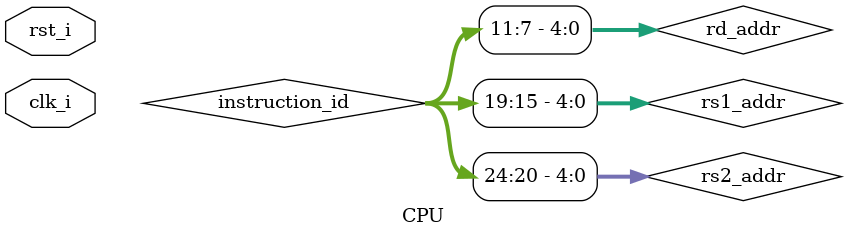
<source format=v>
module CPU(clk_i, rst_i);

input               clk_i;
input               rst_i;

/************ Wires to connect modules ***************/ 

//
// Some values are passed along pipeline until it's used.
// for example, rd_addr
// it will be obtained in ID stage, but will be used when in WB stage, 
// so we need a wire for each stage it pass
// -> rd_addr, rd_addr_exe, rd_addr_mem, rd_addr_wb
//

// PC
wire    [31:0]  pc, pc_id, pc_exe;   
wire    [31:0]  pc_plus_four, pc_predict_branch, pc_go_on, pc_rollback, next_pc;
wire            is_mispredict;
parameter       FOUR = 4;

// Instruction
wire    [31:0]  instruction, instruction_id;

// Register File
// Note: rs2_mem is used to write mem
// e.g. sw rs2 imm(rs1) -> mem[rs1+imm<<1] = rs2
wire    [31:0]  rs1, rs1_exe;
wire    [31:0]  rs2, rs2_exe, rs2_exe_forwarded, rs2_mem;
wire    [31:0]  imm, imm_exe;
wire    [4:0]   rs1_addr, rs1_addr_exe, rs2_addr, rs2_addr_exe;   
wire    [4:0]   rd_addr, rd_addr_exe, rd_addr_mem, rd_addr_wb;

// Branch Predictor
wire            branch_pred, branch_pred_exe;

// Control Signal
wire            alusrc, alusrc_exe;
wire    [3:0]   aluctrl, aluctrl_exe;
wire            branch_instr, branch_instr_exe;
wire            memread, memread_exe, memread_mem;
wire            memwrite, memwrite_exe, memwrite_mem;
wire            mem2reg, mem2reg_exe, mem2reg_mem, mem2reg_wb;
wire            regwrite, regwrite_exe, regwrite_mem, regwrite_wb;

// Hazard Detection (load-use hazard)
wire            noop, pcwrite, stall;

// ALU
wire    [1:0]   forwardA, forwardB;
wire    [31:0]  alu_op1, alu_op2;
wire            is_zero;
wire    [31:0]  alu_result, alu_result_mem, alu_result_wb;


// Mem
wire    [31:0]  mem_result, mem_result_wb;

// WB
wire    [31:0]  rd_data;

/*******************************************************/ 

// IF

Adder Add_PC(
    .data1_i    (pc),
    .data2_i    (FOUR),
    .data_o     (pc_plus_four)
);

Mux_2_way M2_Predict_Branch(
    .data1_i    (pc_plus_four),
    .data2_i    (pc_predict_branch),
    .select_i   (branch_pred & branch_instr),
    .data_o     (pc_go_on)
);

Mux_2_way M2_Recover_From_MisPrediction (
    .data1_i    (pc_go_on),
    .data2_i    (pc_rollback),
    .select_i   (is_mispredict),
    .data_o     (next_pc)
);

PC PC(
    .clk_i      (clk_i),
    .rst_i      (rst_i),
    .PCWrite_i  (pcwrite),
    .pc_i       (next_pc),
    .pc_o       (pc)
);

Instruction_Memory Instruction_Memory(
    .addr_i     (pc),
    .instr_o    (instruction)
);

IF_ID IF_ID(
    .clk            (clk_i),
    .instruction_in (instruction),
    .instruction_out(instruction_id),
    .pc_in          (pc),
    .pc_out         (pc_id),
    .stall          (stall),    
    .flush          (is_mispredict || (branch_pred && branch_instr))
);


/*******************************************************/ 

// ID

assign  rs1_addr =  instruction_id[19:15];
assign  rs2_addr =  instruction_id[24:20];
assign  rd_addr  =  instruction_id[11:7];

assign  pc_predict_branch = pc_id + (imm << 1);

Registers Registers(
    .clk_i      (clk_i),
    .RS1addr_i  (rs1_addr),
    .RS2addr_i  (rs2_addr),
    .RDaddr_i   (rd_addr_wb),           // be careful !
    .RDdata_i   (rd_data),
    .RegWrite_i (regwrite_wb),
    .RS1data_o  (rs1),
    .RS2data_o  (rs2)
);

Imm_Gen Imm_Gen(
    .instruction(instruction_id),
    .imm(imm)
);

Control Control(
    .opcode         (instruction_id[6:0]),
    .funct3         (instruction_id[14:12]),
    .funct7         (instruction_id[31:25]),
    .alusrc         (alusrc),
    .aluctrl        (aluctrl),
    .memread        (memread),
    .memwrite       (memwrite),
    .mem2reg        (mem2reg),
    .regwrite       (regwrite),
    .branch_instr   (branch_instr),
    .noop           (noop)
);

Hazard_Detection Hazard_Detection(
    .memread_exe    (memread_exe),
    .rd_addr_exe    (rd_addr_exe),
    .rs1_addr       (rs1_addr),
    .rs2_addr       (rs2_addr),
    .pcwrite        (pcwrite),
    .stall          (stall),
    .noop           (noop)
);

Branch_Predictor Branch_Predictor(
    .clk_i          (clk_i),
    .rst_i          (rst_i),
    .update_i       (branch_instr_exe),
    .result_i       (is_zero),
    .predict_o      (branch_pred)
);

ID_EXE ID_EXE(
    .clk(clk_i), .flush(is_mispredict), 
    .rs1_in(rs1), .rs2_in(rs2), .rs1_addr_in(rs1_addr), .rs2_addr_in(rs2_addr), .rd_addr_in(rd_addr), .imm_in(imm), .aluctrl_in(aluctrl), .alusrc_in(alusrc), .memwrite_in(memwrite), .memread_in(memread), .mem2reg_in(mem2reg), .regwrite_in(regwrite),
    .rs1_out(rs1_exe), .rs2_out(rs2_exe), .rs1_addr_out(rs1_addr_exe), .rs2_addr_out(rs2_addr_exe), .rd_addr_out(rd_addr_exe), .imm_out(imm_exe), .aluctrl_out(aluctrl_exe), .alusrc_out(alusrc_exe), .memwrite_out(memwrite_exe), .memread_out(memread_exe), .mem2reg_out(mem2reg_exe), .regwrite_out(regwrite_exe),
    .pc_in(pc_id), 
    .branch_instr_in(branch_instr), 
    .branch_pred_in(branch_pred), 
    .pc_out(pc_exe), 
    .branch_instr_out(branch_instr_exe), 
    .branch_pred_out(branch_pred_exe)
);

/*******************************************************/ 

// EXE

Forwarding Forwarding(
    .rs1_addr_exe(rs1_addr_exe), .rs2_addr_exe(rs2_addr_exe),
    .rd_addr_mem(rd_addr_mem), .rd_addr_wb(rd_addr_wb),
    .regwrite_mem(regwrite_mem), .regwrite_wb(regwrite_wb),
    .forwardA(forwardA), .forwardB(forwardB)
);


parameter   [31:0]  dotcar = {31{1'b0}}; // don't care
Mux_4_way M4_ForwardA(
    .data1_i    (rs1_exe),
    .data2_i    (rd_data),
    .data3_i    (alu_result_mem),
    .data4_i    (dotcar),
    .select_i   (forwardA),
    .data_o     (alu_op1)
);
Mux_4_way M4_ForwardB(
    .data1_i    (rs2_exe),
    .data2_i    (rd_data),
    .data3_i    (alu_result_mem),
    .data4_i    (dotcar),
    .select_i   (forwardB),
    .data_o     (rs2_exe_forwarded)
);
Mux_2_way M2_ALU(
    .data1_i    (rs2_exe_forwarded),
    .data2_i    (imm_exe),
    .select_i   (alusrc_exe),
    .data_o     (alu_op2)
);


ALU ALU(
    .op1        (alu_op1),
    .op2        (alu_op2),
    .aluctrl    (aluctrl_exe),
    .result     (alu_result),
    .zero       (is_zero)
);

Control_Hazard_Detection Control_Hazard_Detection(
    .branch_instr_exe   (branch_instr_exe),
    .is_zero            (is_zero),
    .branch_pred_exe    (branch_pred_exe),
    .pc_exe             (pc_exe), 
    .imm_exe            (imm_exe),
    .is_mispredict      (is_mispredict),
    .pc_rollback        (pc_rollback)
);

// Be careful about sw
// We must pass the forwarded rs2 to write memory if necessary
EXE_MEM EXE_MEM(
    .clk(clk_i),
    .alu_result_in(alu_result), .memwrite_addr_in(rs2_exe_forwarded), .rd_addr_in(rd_addr_exe), .memread_in(memread_exe), .memwrite_in(memwrite_exe), .mem2reg_in(mem2reg_exe), .regwrite_in(regwrite_exe),
    .alu_result_out(alu_result_mem), .memwrite_addr_out(rs2_mem), .rd_addr_out(rd_addr_mem), .memread_out(memread_mem), .memwrite_out(memwrite_mem), .mem2reg_out(mem2reg_mem), .regwrite_out(regwrite_mem)
);

/*******************************************************/ 

// MEM

Data_Memory Data_Memory(
    .clk_i      (clk_i),
    .addr_i     (alu_result_mem),
    .MemRead_i  (memread_mem),
    .MemWrite_i (memwrite_mem),
    .data_i     (rs2_mem),
    .data_o     (mem_result)
);

MEM_WB MEM_WB(
    .clk(clk_i), 
    .mem2reg_in(mem2reg_mem), .regwrite_in(regwrite_mem), .rd_addr_in(rd_addr_mem), .alu_result_in(alu_result_mem), .mem_result_in(mem_result), 
    .mem2reg_out(mem2reg_wb), .regwrite_out(regwrite_wb), .rd_addr_out(rd_addr_wb), .alu_result_out(alu_result_wb), .mem_result_out(mem_result_wb)
);

/*******************************************************/ 

// WB
Mux_2_way M2_WB(
    .data1_i    (alu_result_wb),
    .data2_i    (mem_result_wb),
    .select_i   (mem2reg_wb),
    .data_o     (rd_data)
);


endmodule

</source>
